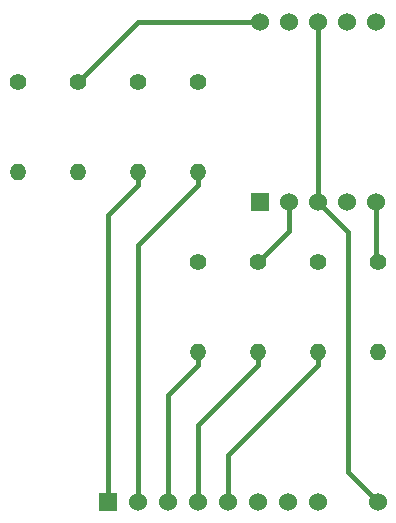
<source format=gbr>
%TF.GenerationSoftware,KiCad,Pcbnew,5.1.4-3.fc31*%
%TF.CreationDate,2019-11-08T16:10:21+01:00*%
%TF.ProjectId,LED_display,4c45445f-6469-4737-906c-61792e6b6963,rev?*%
%TF.SameCoordinates,PX76b1be0PY76b1be0*%
%TF.FileFunction,Copper,L1,Top*%
%TF.FilePolarity,Positive*%
%FSLAX46Y46*%
G04 Gerber Fmt 4.6, Leading zero omitted, Abs format (unit mm)*
G04 Created by KiCad (PCBNEW 5.1.4-3.fc31) date 2019-11-08 16:10:21*
%MOMM*%
%LPD*%
G04 APERTURE LIST*
%TA.AperFunction,ComponentPad*%
%ADD10R,1.524000X1.524000*%
%TD*%
%TA.AperFunction,ComponentPad*%
%ADD11C,1.524000*%
%TD*%
%TA.AperFunction,ComponentPad*%
%ADD12O,1.400000X1.400000*%
%TD*%
%TA.AperFunction,ComponentPad*%
%ADD13C,1.400000*%
%TD*%
%TA.AperFunction,Conductor*%
%ADD14C,0.400000*%
%TD*%
G04 APERTURE END LIST*
D10*
%TO.P,J1,1*%
%TO.N,Net-(J1-Pad1)*%
X12700000Y7620000D03*
D11*
%TO.P,J1,2*%
%TO.N,Net-(J1-Pad2)*%
X15240000Y7620000D03*
%TO.P,J1,3*%
%TO.N,Net-(J1-Pad3)*%
X17780000Y7620000D03*
%TO.P,J1,4*%
%TO.N,Net-(J1-Pad4)*%
X20320000Y7620000D03*
%TO.P,J1,5*%
%TO.N,Net-(J1-Pad5)*%
X22860000Y7620000D03*
%TO.P,J1,6*%
%TO.N,Net-(J1-Pad6)*%
X25400000Y7620000D03*
%TO.P,J1,7*%
%TO.N,Net-(J1-Pad7)*%
X27940000Y7620000D03*
%TO.P,J1,8*%
%TO.N,Net-(J1-Pad8)*%
X30480000Y7620000D03*
%TO.P,J1,9*%
%TO.N,Net-(J1-Pad9)*%
X35560000Y7620000D03*
%TD*%
D12*
%TO.P,R1,2*%
%TO.N,Net-(J1-Pad1)*%
X15240000Y35560000D03*
D13*
%TO.P,R1,1*%
%TO.N,Net-(R1-Pad1)*%
X15240000Y43180000D03*
%TD*%
D12*
%TO.P,R2,2*%
%TO.N,Net-(J1-Pad2)*%
X20320000Y35560000D03*
D13*
%TO.P,R2,1*%
%TO.N,Net-(R2-Pad1)*%
X20320000Y43180000D03*
%TD*%
D12*
%TO.P,R3,2*%
%TO.N,Net-(J1-Pad3)*%
X20320000Y20320000D03*
D13*
%TO.P,R3,1*%
%TO.N,Net-(R3-Pad1)*%
X20320000Y27940000D03*
%TD*%
D12*
%TO.P,R4,2*%
%TO.N,Net-(J1-Pad4)*%
X25400000Y20320000D03*
D13*
%TO.P,R4,1*%
%TO.N,Net-(R4-Pad1)*%
X25400000Y27940000D03*
%TD*%
D12*
%TO.P,R5,2*%
%TO.N,Net-(J1-Pad5)*%
X30480000Y20320000D03*
D13*
%TO.P,R5,1*%
%TO.N,Net-(R5-Pad1)*%
X30480000Y27940000D03*
%TD*%
D12*
%TO.P,R6,2*%
%TO.N,Net-(J1-Pad6)*%
X5080000Y35560000D03*
D13*
%TO.P,R6,1*%
%TO.N,Net-(R6-Pad1)*%
X5080000Y43180000D03*
%TD*%
D12*
%TO.P,R7,2*%
%TO.N,Net-(J1-Pad7)*%
X10160000Y35560000D03*
D13*
%TO.P,R7,1*%
%TO.N,Net-(R7-Pad1)*%
X10160000Y43180000D03*
%TD*%
D12*
%TO.P,R8,2*%
%TO.N,Net-(J1-Pad8)*%
X35560000Y20320000D03*
D13*
%TO.P,R8,1*%
%TO.N,Net-(R8-Pad1)*%
X35560000Y27940000D03*
%TD*%
D11*
%TO.P,U1,6*%
%TO.N,Net-(R2-Pad1)*%
X35400000Y48260000D03*
%TO.P,U1,7*%
%TO.N,Net-(R1-Pad1)*%
X32940000Y48260000D03*
%TO.P,U1,10*%
%TO.N,Net-(R7-Pad1)*%
X25560000Y48260000D03*
%TO.P,U1,9*%
%TO.N,Net-(R6-Pad1)*%
X28020000Y48260000D03*
%TO.P,U1,8*%
%TO.N,Net-(J1-Pad9)*%
X30480000Y48260000D03*
%TO.P,U1,5*%
%TO.N,Net-(R8-Pad1)*%
X35400000Y33020000D03*
%TO.P,U1,4*%
%TO.N,Net-(R3-Pad1)*%
X32940000Y33020000D03*
D10*
%TO.P,U1,1*%
%TO.N,Net-(R5-Pad1)*%
X25560000Y33020000D03*
D11*
%TO.P,U1,2*%
%TO.N,Net-(R4-Pad1)*%
X28020000Y33020000D03*
%TO.P,U1,3*%
%TO.N,Net-(J1-Pad9)*%
X30480000Y33020000D03*
%TD*%
D14*
%TO.N,Net-(J1-Pad9)*%
X30480000Y48260000D02*
X30480000Y33020000D01*
X30480000Y33020000D02*
X33020000Y30480000D01*
X33020000Y30480000D02*
X33020000Y10160000D01*
X33020000Y10160000D02*
X35560000Y7620000D01*
%TO.N,Net-(J1-Pad5)*%
X22860000Y7620000D02*
X22860000Y11599700D01*
X22860000Y11599700D02*
X30480000Y19219700D01*
X30480000Y20320000D02*
X30480000Y19219700D01*
%TO.N,Net-(J1-Pad4)*%
X25400000Y20320000D02*
X25400000Y19219700D01*
X25400000Y19219700D02*
X20320000Y14139700D01*
X20320000Y14139700D02*
X20320000Y7620000D01*
%TO.N,Net-(J1-Pad3)*%
X20320000Y20320000D02*
X20320000Y19219700D01*
X20320000Y19219700D02*
X17780000Y16679700D01*
X17780000Y16679700D02*
X17780000Y7620000D01*
%TO.N,Net-(J1-Pad2)*%
X20320000Y35560000D02*
X20320000Y34459700D01*
X20320000Y34459700D02*
X15240000Y29379700D01*
X15240000Y29379700D02*
X15240000Y7620000D01*
%TO.N,Net-(J1-Pad1)*%
X15240000Y35560000D02*
X15240000Y34459700D01*
X15240000Y34459700D02*
X12700000Y31919700D01*
X12700000Y31919700D02*
X12700000Y7620000D01*
%TO.N,Net-(R4-Pad1)*%
X28020000Y33020000D02*
X28020000Y30560000D01*
X28020000Y30560000D02*
X25400000Y27940000D01*
%TO.N,Net-(R7-Pad1)*%
X25560000Y48260000D02*
X15240000Y48260000D01*
X15240000Y48260000D02*
X10160000Y43180000D01*
%TO.N,Net-(R8-Pad1)*%
X35400000Y33020000D02*
X35400000Y28100000D01*
X35400000Y28100000D02*
X35560000Y27940000D01*
%TD*%
M02*

</source>
